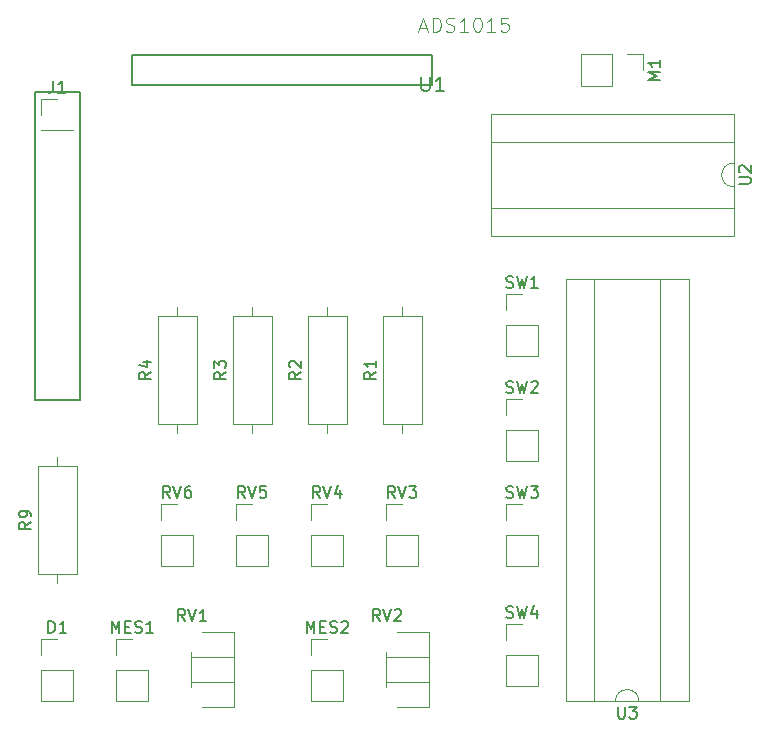
<source format=gbr>
G04 #@! TF.FileFunction,Legend,Top*
%FSLAX46Y46*%
G04 Gerber Fmt 4.6, Leading zero omitted, Abs format (unit mm)*
G04 Created by KiCad (PCBNEW 4.0.6) date Fri Jul  7 17:37:52 2017*
%MOMM*%
%LPD*%
G01*
G04 APERTURE LIST*
%ADD10C,0.100000*%
%ADD11C,0.127000*%
%ADD12C,0.150000*%
%ADD13C,0.120000*%
%ADD14C,0.101600*%
G04 APERTURE END LIST*
D10*
D11*
X46990000Y-16510000D02*
X21590000Y-16510000D01*
X21590000Y-16510000D02*
X21590000Y-13970000D01*
X21590000Y-13970000D02*
X46990000Y-13970000D01*
X46990000Y-13970000D02*
X46990000Y-16510000D01*
D12*
X17145000Y-43180000D02*
X13335000Y-43180000D01*
X13335000Y-43180000D02*
X13335000Y-17145000D01*
X13335000Y-17145000D02*
X17145000Y-17145000D01*
X17145000Y-17145000D02*
X17145000Y-43180000D01*
D13*
X16570000Y-20320000D02*
X13910000Y-20320000D01*
X13910000Y-19050000D02*
X13910000Y-17720000D01*
X13910000Y-17720000D02*
X15240000Y-17720000D01*
X13910000Y-66040000D02*
X13910000Y-68640000D01*
X13910000Y-68640000D02*
X16570000Y-68640000D01*
X16570000Y-68640000D02*
X16570000Y-66040000D01*
X16570000Y-66040000D02*
X13910000Y-66040000D01*
X13910000Y-64770000D02*
X13910000Y-63440000D01*
X13910000Y-63440000D02*
X15240000Y-63440000D01*
X62230000Y-13910000D02*
X59630000Y-13910000D01*
X59630000Y-13910000D02*
X59630000Y-16570000D01*
X59630000Y-16570000D02*
X62230000Y-16570000D01*
X62230000Y-16570000D02*
X62230000Y-13910000D01*
X63500000Y-13910000D02*
X64830000Y-13910000D01*
X64830000Y-13910000D02*
X64830000Y-15240000D01*
X20260000Y-66040000D02*
X20260000Y-68640000D01*
X20260000Y-68640000D02*
X22920000Y-68640000D01*
X22920000Y-68640000D02*
X22920000Y-66040000D01*
X22920000Y-66040000D02*
X20260000Y-66040000D01*
X20260000Y-64770000D02*
X20260000Y-63440000D01*
X20260000Y-63440000D02*
X21590000Y-63440000D01*
X36770000Y-66040000D02*
X36770000Y-68640000D01*
X36770000Y-68640000D02*
X39430000Y-68640000D01*
X39430000Y-68640000D02*
X39430000Y-66040000D01*
X39430000Y-66040000D02*
X36770000Y-66040000D01*
X36770000Y-64770000D02*
X36770000Y-63440000D01*
X36770000Y-63440000D02*
X38100000Y-63440000D01*
X42790000Y-45200000D02*
X46110000Y-45200000D01*
X46110000Y-45200000D02*
X46110000Y-36080000D01*
X46110000Y-36080000D02*
X42790000Y-36080000D01*
X42790000Y-36080000D02*
X42790000Y-45200000D01*
X44450000Y-46010000D02*
X44450000Y-45200000D01*
X44450000Y-35270000D02*
X44450000Y-36080000D01*
X36440000Y-45200000D02*
X39760000Y-45200000D01*
X39760000Y-45200000D02*
X39760000Y-36080000D01*
X39760000Y-36080000D02*
X36440000Y-36080000D01*
X36440000Y-36080000D02*
X36440000Y-45200000D01*
X38100000Y-46010000D02*
X38100000Y-45200000D01*
X38100000Y-35270000D02*
X38100000Y-36080000D01*
X30090000Y-45200000D02*
X33410000Y-45200000D01*
X33410000Y-45200000D02*
X33410000Y-36080000D01*
X33410000Y-36080000D02*
X30090000Y-36080000D01*
X30090000Y-36080000D02*
X30090000Y-45200000D01*
X31750000Y-46010000D02*
X31750000Y-45200000D01*
X31750000Y-35270000D02*
X31750000Y-36080000D01*
X23740000Y-45200000D02*
X27060000Y-45200000D01*
X27060000Y-45200000D02*
X27060000Y-36080000D01*
X27060000Y-36080000D02*
X23740000Y-36080000D01*
X23740000Y-36080000D02*
X23740000Y-45200000D01*
X25400000Y-46010000D02*
X25400000Y-45200000D01*
X25400000Y-35270000D02*
X25400000Y-36080000D01*
X13580000Y-57900000D02*
X16900000Y-57900000D01*
X16900000Y-57900000D02*
X16900000Y-48780000D01*
X16900000Y-48780000D02*
X13580000Y-48780000D01*
X13580000Y-48780000D02*
X13580000Y-57900000D01*
X15240000Y-58710000D02*
X15240000Y-57900000D01*
X15240000Y-47970000D02*
X15240000Y-48780000D01*
X27543000Y-62790000D02*
X30230000Y-62790000D01*
X27543000Y-69210000D02*
X30230000Y-69210000D01*
X30230000Y-62790000D02*
X30230000Y-69210000D01*
X26609000Y-64505000D02*
X26609000Y-67496000D01*
X26609000Y-64940000D02*
X30230000Y-64940000D01*
X26609000Y-67060000D02*
X30230000Y-67060000D01*
X26609000Y-64940000D02*
X26609000Y-67060000D01*
X30230000Y-64940000D02*
X30230000Y-67060000D01*
X44053000Y-62790000D02*
X46740000Y-62790000D01*
X44053000Y-69210000D02*
X46740000Y-69210000D01*
X46740000Y-62790000D02*
X46740000Y-69210000D01*
X43119000Y-64505000D02*
X43119000Y-67496000D01*
X43119000Y-64940000D02*
X46740000Y-64940000D01*
X43119000Y-67060000D02*
X46740000Y-67060000D01*
X43119000Y-64940000D02*
X43119000Y-67060000D01*
X46740000Y-64940000D02*
X46740000Y-67060000D01*
X43120000Y-54610000D02*
X43120000Y-57210000D01*
X43120000Y-57210000D02*
X45780000Y-57210000D01*
X45780000Y-57210000D02*
X45780000Y-54610000D01*
X45780000Y-54610000D02*
X43120000Y-54610000D01*
X43120000Y-53340000D02*
X43120000Y-52010000D01*
X43120000Y-52010000D02*
X44450000Y-52010000D01*
X36770000Y-54610000D02*
X36770000Y-57210000D01*
X36770000Y-57210000D02*
X39430000Y-57210000D01*
X39430000Y-57210000D02*
X39430000Y-54610000D01*
X39430000Y-54610000D02*
X36770000Y-54610000D01*
X36770000Y-53340000D02*
X36770000Y-52010000D01*
X36770000Y-52010000D02*
X38100000Y-52010000D01*
X30420000Y-54610000D02*
X30420000Y-57210000D01*
X30420000Y-57210000D02*
X33080000Y-57210000D01*
X33080000Y-57210000D02*
X33080000Y-54610000D01*
X33080000Y-54610000D02*
X30420000Y-54610000D01*
X30420000Y-53340000D02*
X30420000Y-52010000D01*
X30420000Y-52010000D02*
X31750000Y-52010000D01*
X24070000Y-54610000D02*
X24070000Y-57210000D01*
X24070000Y-57210000D02*
X26730000Y-57210000D01*
X26730000Y-57210000D02*
X26730000Y-54610000D01*
X26730000Y-54610000D02*
X24070000Y-54610000D01*
X24070000Y-53340000D02*
X24070000Y-52010000D01*
X24070000Y-52010000D02*
X25400000Y-52010000D01*
X53280000Y-36830000D02*
X53280000Y-39430000D01*
X53280000Y-39430000D02*
X55940000Y-39430000D01*
X55940000Y-39430000D02*
X55940000Y-36830000D01*
X55940000Y-36830000D02*
X53280000Y-36830000D01*
X53280000Y-35560000D02*
X53280000Y-34230000D01*
X53280000Y-34230000D02*
X54610000Y-34230000D01*
X53280000Y-45720000D02*
X53280000Y-48320000D01*
X53280000Y-48320000D02*
X55940000Y-48320000D01*
X55940000Y-48320000D02*
X55940000Y-45720000D01*
X55940000Y-45720000D02*
X53280000Y-45720000D01*
X53280000Y-44450000D02*
X53280000Y-43120000D01*
X53280000Y-43120000D02*
X54610000Y-43120000D01*
X53280000Y-54610000D02*
X53280000Y-57210000D01*
X53280000Y-57210000D02*
X55940000Y-57210000D01*
X55940000Y-57210000D02*
X55940000Y-54610000D01*
X55940000Y-54610000D02*
X53280000Y-54610000D01*
X53280000Y-53340000D02*
X53280000Y-52010000D01*
X53280000Y-52010000D02*
X54610000Y-52010000D01*
X53280000Y-64770000D02*
X53280000Y-67370000D01*
X53280000Y-67370000D02*
X55940000Y-67370000D01*
X55940000Y-67370000D02*
X55940000Y-64770000D01*
X55940000Y-64770000D02*
X53280000Y-64770000D01*
X53280000Y-63500000D02*
X53280000Y-62170000D01*
X53280000Y-62170000D02*
X54610000Y-62170000D01*
X72510000Y-23130000D02*
X72510000Y-21360000D01*
X72510000Y-21360000D02*
X51950000Y-21360000D01*
X51950000Y-21360000D02*
X51950000Y-26900000D01*
X51950000Y-26900000D02*
X72510000Y-26900000D01*
X72510000Y-26900000D02*
X72510000Y-25130000D01*
X72510000Y-18930000D02*
X51950000Y-18930000D01*
X51950000Y-18930000D02*
X51950000Y-29330000D01*
X51950000Y-29330000D02*
X72510000Y-29330000D01*
X72510000Y-29330000D02*
X72510000Y-18930000D01*
X72510000Y-25130000D02*
G75*
G02X72510000Y-23130000I0J1000000D01*
G01*
X64500000Y-68700000D02*
X66270000Y-68700000D01*
X66270000Y-68700000D02*
X66270000Y-32900000D01*
X66270000Y-32900000D02*
X60730000Y-32900000D01*
X60730000Y-32900000D02*
X60730000Y-68700000D01*
X60730000Y-68700000D02*
X62500000Y-68700000D01*
X68700000Y-68700000D02*
X68700000Y-32900000D01*
X68700000Y-32900000D02*
X58300000Y-32900000D01*
X58300000Y-32900000D02*
X58300000Y-68700000D01*
X58300000Y-68700000D02*
X68700000Y-68700000D01*
X62500000Y-68700000D02*
G75*
G02X64500000Y-68700000I1000000J0D01*
G01*
D11*
X46083462Y-15804848D02*
X46083462Y-16781538D01*
X46140914Y-16896443D01*
X46198367Y-16953895D01*
X46313271Y-17011348D01*
X46543081Y-17011348D01*
X46657986Y-16953895D01*
X46715438Y-16896443D01*
X46772890Y-16781538D01*
X46772890Y-15804848D01*
X47979390Y-17011348D02*
X47289962Y-17011348D01*
X47634676Y-17011348D02*
X47634676Y-15804848D01*
X47519771Y-15977205D01*
X47404866Y-16092110D01*
X47289962Y-16149562D01*
D14*
X45949810Y-11662833D02*
X46524333Y-11662833D01*
X45834905Y-12007548D02*
X46237071Y-10801048D01*
X46639238Y-12007548D01*
X47041405Y-12007548D02*
X47041405Y-10801048D01*
X47328667Y-10801048D01*
X47501024Y-10858500D01*
X47615929Y-10973405D01*
X47673381Y-11088310D01*
X47730833Y-11318119D01*
X47730833Y-11490476D01*
X47673381Y-11720286D01*
X47615929Y-11835190D01*
X47501024Y-11950095D01*
X47328667Y-12007548D01*
X47041405Y-12007548D01*
X48190453Y-11950095D02*
X48362810Y-12007548D01*
X48650072Y-12007548D01*
X48764976Y-11950095D01*
X48822429Y-11892643D01*
X48879881Y-11777738D01*
X48879881Y-11662833D01*
X48822429Y-11547929D01*
X48764976Y-11490476D01*
X48650072Y-11433024D01*
X48420262Y-11375571D01*
X48305357Y-11318119D01*
X48247905Y-11260667D01*
X48190453Y-11145762D01*
X48190453Y-11030857D01*
X48247905Y-10915952D01*
X48305357Y-10858500D01*
X48420262Y-10801048D01*
X48707524Y-10801048D01*
X48879881Y-10858500D01*
X50028929Y-12007548D02*
X49339501Y-12007548D01*
X49684215Y-12007548D02*
X49684215Y-10801048D01*
X49569310Y-10973405D01*
X49454405Y-11088310D01*
X49339501Y-11145762D01*
X50775810Y-10801048D02*
X50890715Y-10801048D01*
X51005620Y-10858500D01*
X51063072Y-10915952D01*
X51120525Y-11030857D01*
X51177977Y-11260667D01*
X51177977Y-11547929D01*
X51120525Y-11777738D01*
X51063072Y-11892643D01*
X51005620Y-11950095D01*
X50890715Y-12007548D01*
X50775810Y-12007548D01*
X50660906Y-11950095D01*
X50603453Y-11892643D01*
X50546001Y-11777738D01*
X50488549Y-11547929D01*
X50488549Y-11260667D01*
X50546001Y-11030857D01*
X50603453Y-10915952D01*
X50660906Y-10858500D01*
X50775810Y-10801048D01*
X52327025Y-12007548D02*
X51637597Y-12007548D01*
X51982311Y-12007548D02*
X51982311Y-10801048D01*
X51867406Y-10973405D01*
X51752501Y-11088310D01*
X51637597Y-11145762D01*
X53418621Y-10801048D02*
X52844097Y-10801048D01*
X52786645Y-11375571D01*
X52844097Y-11318119D01*
X52959002Y-11260667D01*
X53246264Y-11260667D01*
X53361168Y-11318119D01*
X53418621Y-11375571D01*
X53476073Y-11490476D01*
X53476073Y-11777738D01*
X53418621Y-11892643D01*
X53361168Y-11950095D01*
X53246264Y-12007548D01*
X52959002Y-12007548D01*
X52844097Y-11950095D01*
X52786645Y-11892643D01*
D12*
X14906667Y-16172381D02*
X14906667Y-16886667D01*
X14859047Y-17029524D01*
X14763809Y-17124762D01*
X14620952Y-17172381D01*
X14525714Y-17172381D01*
X15906667Y-17172381D02*
X15335238Y-17172381D01*
X15620952Y-17172381D02*
X15620952Y-16172381D01*
X15525714Y-16315238D01*
X15430476Y-16410476D01*
X15335238Y-16458095D01*
X14501905Y-62892381D02*
X14501905Y-61892381D01*
X14740000Y-61892381D01*
X14882858Y-61940000D01*
X14978096Y-62035238D01*
X15025715Y-62130476D01*
X15073334Y-62320952D01*
X15073334Y-62463810D01*
X15025715Y-62654286D01*
X14978096Y-62749524D01*
X14882858Y-62844762D01*
X14740000Y-62892381D01*
X14501905Y-62892381D01*
X16025715Y-62892381D02*
X15454286Y-62892381D01*
X15740000Y-62892381D02*
X15740000Y-61892381D01*
X15644762Y-62035238D01*
X15549524Y-62130476D01*
X15454286Y-62178095D01*
X66282381Y-16049524D02*
X65282381Y-16049524D01*
X65996667Y-15716190D01*
X65282381Y-15382857D01*
X66282381Y-15382857D01*
X66282381Y-14382857D02*
X66282381Y-14954286D01*
X66282381Y-14668572D02*
X65282381Y-14668572D01*
X65425238Y-14763810D01*
X65520476Y-14859048D01*
X65568095Y-14954286D01*
X19851905Y-62892381D02*
X19851905Y-61892381D01*
X20185239Y-62606667D01*
X20518572Y-61892381D01*
X20518572Y-62892381D01*
X20994762Y-62368571D02*
X21328096Y-62368571D01*
X21470953Y-62892381D02*
X20994762Y-62892381D01*
X20994762Y-61892381D01*
X21470953Y-61892381D01*
X21851905Y-62844762D02*
X21994762Y-62892381D01*
X22232858Y-62892381D01*
X22328096Y-62844762D01*
X22375715Y-62797143D01*
X22423334Y-62701905D01*
X22423334Y-62606667D01*
X22375715Y-62511429D01*
X22328096Y-62463810D01*
X22232858Y-62416190D01*
X22042381Y-62368571D01*
X21947143Y-62320952D01*
X21899524Y-62273333D01*
X21851905Y-62178095D01*
X21851905Y-62082857D01*
X21899524Y-61987619D01*
X21947143Y-61940000D01*
X22042381Y-61892381D01*
X22280477Y-61892381D01*
X22423334Y-61940000D01*
X23375715Y-62892381D02*
X22804286Y-62892381D01*
X23090000Y-62892381D02*
X23090000Y-61892381D01*
X22994762Y-62035238D01*
X22899524Y-62130476D01*
X22804286Y-62178095D01*
X36361905Y-62892381D02*
X36361905Y-61892381D01*
X36695239Y-62606667D01*
X37028572Y-61892381D01*
X37028572Y-62892381D01*
X37504762Y-62368571D02*
X37838096Y-62368571D01*
X37980953Y-62892381D02*
X37504762Y-62892381D01*
X37504762Y-61892381D01*
X37980953Y-61892381D01*
X38361905Y-62844762D02*
X38504762Y-62892381D01*
X38742858Y-62892381D01*
X38838096Y-62844762D01*
X38885715Y-62797143D01*
X38933334Y-62701905D01*
X38933334Y-62606667D01*
X38885715Y-62511429D01*
X38838096Y-62463810D01*
X38742858Y-62416190D01*
X38552381Y-62368571D01*
X38457143Y-62320952D01*
X38409524Y-62273333D01*
X38361905Y-62178095D01*
X38361905Y-62082857D01*
X38409524Y-61987619D01*
X38457143Y-61940000D01*
X38552381Y-61892381D01*
X38790477Y-61892381D01*
X38933334Y-61940000D01*
X39314286Y-61987619D02*
X39361905Y-61940000D01*
X39457143Y-61892381D01*
X39695239Y-61892381D01*
X39790477Y-61940000D01*
X39838096Y-61987619D01*
X39885715Y-62082857D01*
X39885715Y-62178095D01*
X39838096Y-62320952D01*
X39266667Y-62892381D01*
X39885715Y-62892381D01*
X42242381Y-40806666D02*
X41766190Y-41140000D01*
X42242381Y-41378095D02*
X41242381Y-41378095D01*
X41242381Y-40997142D01*
X41290000Y-40901904D01*
X41337619Y-40854285D01*
X41432857Y-40806666D01*
X41575714Y-40806666D01*
X41670952Y-40854285D01*
X41718571Y-40901904D01*
X41766190Y-40997142D01*
X41766190Y-41378095D01*
X42242381Y-39854285D02*
X42242381Y-40425714D01*
X42242381Y-40140000D02*
X41242381Y-40140000D01*
X41385238Y-40235238D01*
X41480476Y-40330476D01*
X41528095Y-40425714D01*
X35892381Y-40806666D02*
X35416190Y-41140000D01*
X35892381Y-41378095D02*
X34892381Y-41378095D01*
X34892381Y-40997142D01*
X34940000Y-40901904D01*
X34987619Y-40854285D01*
X35082857Y-40806666D01*
X35225714Y-40806666D01*
X35320952Y-40854285D01*
X35368571Y-40901904D01*
X35416190Y-40997142D01*
X35416190Y-41378095D01*
X34987619Y-40425714D02*
X34940000Y-40378095D01*
X34892381Y-40282857D01*
X34892381Y-40044761D01*
X34940000Y-39949523D01*
X34987619Y-39901904D01*
X35082857Y-39854285D01*
X35178095Y-39854285D01*
X35320952Y-39901904D01*
X35892381Y-40473333D01*
X35892381Y-39854285D01*
X29542381Y-40806666D02*
X29066190Y-41140000D01*
X29542381Y-41378095D02*
X28542381Y-41378095D01*
X28542381Y-40997142D01*
X28590000Y-40901904D01*
X28637619Y-40854285D01*
X28732857Y-40806666D01*
X28875714Y-40806666D01*
X28970952Y-40854285D01*
X29018571Y-40901904D01*
X29066190Y-40997142D01*
X29066190Y-41378095D01*
X28542381Y-40473333D02*
X28542381Y-39854285D01*
X28923333Y-40187619D01*
X28923333Y-40044761D01*
X28970952Y-39949523D01*
X29018571Y-39901904D01*
X29113810Y-39854285D01*
X29351905Y-39854285D01*
X29447143Y-39901904D01*
X29494762Y-39949523D01*
X29542381Y-40044761D01*
X29542381Y-40330476D01*
X29494762Y-40425714D01*
X29447143Y-40473333D01*
X23192381Y-40806666D02*
X22716190Y-41140000D01*
X23192381Y-41378095D02*
X22192381Y-41378095D01*
X22192381Y-40997142D01*
X22240000Y-40901904D01*
X22287619Y-40854285D01*
X22382857Y-40806666D01*
X22525714Y-40806666D01*
X22620952Y-40854285D01*
X22668571Y-40901904D01*
X22716190Y-40997142D01*
X22716190Y-41378095D01*
X22525714Y-39949523D02*
X23192381Y-39949523D01*
X22144762Y-40187619D02*
X22859048Y-40425714D01*
X22859048Y-39806666D01*
X13032381Y-53506666D02*
X12556190Y-53840000D01*
X13032381Y-54078095D02*
X12032381Y-54078095D01*
X12032381Y-53697142D01*
X12080000Y-53601904D01*
X12127619Y-53554285D01*
X12222857Y-53506666D01*
X12365714Y-53506666D01*
X12460952Y-53554285D01*
X12508571Y-53601904D01*
X12556190Y-53697142D01*
X12556190Y-54078095D01*
X13032381Y-53030476D02*
X13032381Y-52840000D01*
X12984762Y-52744761D01*
X12937143Y-52697142D01*
X12794286Y-52601904D01*
X12603810Y-52554285D01*
X12222857Y-52554285D01*
X12127619Y-52601904D01*
X12080000Y-52649523D01*
X12032381Y-52744761D01*
X12032381Y-52935238D01*
X12080000Y-53030476D01*
X12127619Y-53078095D01*
X12222857Y-53125714D01*
X12460952Y-53125714D01*
X12556190Y-53078095D01*
X12603810Y-53030476D01*
X12651429Y-52935238D01*
X12651429Y-52744761D01*
X12603810Y-52649523D01*
X12556190Y-52601904D01*
X12460952Y-52554285D01*
X26074762Y-61892381D02*
X25741428Y-61416190D01*
X25503333Y-61892381D02*
X25503333Y-60892381D01*
X25884286Y-60892381D01*
X25979524Y-60940000D01*
X26027143Y-60987619D01*
X26074762Y-61082857D01*
X26074762Y-61225714D01*
X26027143Y-61320952D01*
X25979524Y-61368571D01*
X25884286Y-61416190D01*
X25503333Y-61416190D01*
X26360476Y-60892381D02*
X26693809Y-61892381D01*
X27027143Y-60892381D01*
X27884286Y-61892381D02*
X27312857Y-61892381D01*
X27598571Y-61892381D02*
X27598571Y-60892381D01*
X27503333Y-61035238D01*
X27408095Y-61130476D01*
X27312857Y-61178095D01*
X42584762Y-61892381D02*
X42251428Y-61416190D01*
X42013333Y-61892381D02*
X42013333Y-60892381D01*
X42394286Y-60892381D01*
X42489524Y-60940000D01*
X42537143Y-60987619D01*
X42584762Y-61082857D01*
X42584762Y-61225714D01*
X42537143Y-61320952D01*
X42489524Y-61368571D01*
X42394286Y-61416190D01*
X42013333Y-61416190D01*
X42870476Y-60892381D02*
X43203809Y-61892381D01*
X43537143Y-60892381D01*
X43822857Y-60987619D02*
X43870476Y-60940000D01*
X43965714Y-60892381D01*
X44203810Y-60892381D01*
X44299048Y-60940000D01*
X44346667Y-60987619D01*
X44394286Y-61082857D01*
X44394286Y-61178095D01*
X44346667Y-61320952D01*
X43775238Y-61892381D01*
X44394286Y-61892381D01*
X43854762Y-51462381D02*
X43521428Y-50986190D01*
X43283333Y-51462381D02*
X43283333Y-50462381D01*
X43664286Y-50462381D01*
X43759524Y-50510000D01*
X43807143Y-50557619D01*
X43854762Y-50652857D01*
X43854762Y-50795714D01*
X43807143Y-50890952D01*
X43759524Y-50938571D01*
X43664286Y-50986190D01*
X43283333Y-50986190D01*
X44140476Y-50462381D02*
X44473809Y-51462381D01*
X44807143Y-50462381D01*
X45045238Y-50462381D02*
X45664286Y-50462381D01*
X45330952Y-50843333D01*
X45473810Y-50843333D01*
X45569048Y-50890952D01*
X45616667Y-50938571D01*
X45664286Y-51033810D01*
X45664286Y-51271905D01*
X45616667Y-51367143D01*
X45569048Y-51414762D01*
X45473810Y-51462381D01*
X45188095Y-51462381D01*
X45092857Y-51414762D01*
X45045238Y-51367143D01*
X37504762Y-51462381D02*
X37171428Y-50986190D01*
X36933333Y-51462381D02*
X36933333Y-50462381D01*
X37314286Y-50462381D01*
X37409524Y-50510000D01*
X37457143Y-50557619D01*
X37504762Y-50652857D01*
X37504762Y-50795714D01*
X37457143Y-50890952D01*
X37409524Y-50938571D01*
X37314286Y-50986190D01*
X36933333Y-50986190D01*
X37790476Y-50462381D02*
X38123809Y-51462381D01*
X38457143Y-50462381D01*
X39219048Y-50795714D02*
X39219048Y-51462381D01*
X38980952Y-50414762D02*
X38742857Y-51129048D01*
X39361905Y-51129048D01*
X31154762Y-51462381D02*
X30821428Y-50986190D01*
X30583333Y-51462381D02*
X30583333Y-50462381D01*
X30964286Y-50462381D01*
X31059524Y-50510000D01*
X31107143Y-50557619D01*
X31154762Y-50652857D01*
X31154762Y-50795714D01*
X31107143Y-50890952D01*
X31059524Y-50938571D01*
X30964286Y-50986190D01*
X30583333Y-50986190D01*
X31440476Y-50462381D02*
X31773809Y-51462381D01*
X32107143Y-50462381D01*
X32916667Y-50462381D02*
X32440476Y-50462381D01*
X32392857Y-50938571D01*
X32440476Y-50890952D01*
X32535714Y-50843333D01*
X32773810Y-50843333D01*
X32869048Y-50890952D01*
X32916667Y-50938571D01*
X32964286Y-51033810D01*
X32964286Y-51271905D01*
X32916667Y-51367143D01*
X32869048Y-51414762D01*
X32773810Y-51462381D01*
X32535714Y-51462381D01*
X32440476Y-51414762D01*
X32392857Y-51367143D01*
X24804762Y-51462381D02*
X24471428Y-50986190D01*
X24233333Y-51462381D02*
X24233333Y-50462381D01*
X24614286Y-50462381D01*
X24709524Y-50510000D01*
X24757143Y-50557619D01*
X24804762Y-50652857D01*
X24804762Y-50795714D01*
X24757143Y-50890952D01*
X24709524Y-50938571D01*
X24614286Y-50986190D01*
X24233333Y-50986190D01*
X25090476Y-50462381D02*
X25423809Y-51462381D01*
X25757143Y-50462381D01*
X26519048Y-50462381D02*
X26328571Y-50462381D01*
X26233333Y-50510000D01*
X26185714Y-50557619D01*
X26090476Y-50700476D01*
X26042857Y-50890952D01*
X26042857Y-51271905D01*
X26090476Y-51367143D01*
X26138095Y-51414762D01*
X26233333Y-51462381D01*
X26423810Y-51462381D01*
X26519048Y-51414762D01*
X26566667Y-51367143D01*
X26614286Y-51271905D01*
X26614286Y-51033810D01*
X26566667Y-50938571D01*
X26519048Y-50890952D01*
X26423810Y-50843333D01*
X26233333Y-50843333D01*
X26138095Y-50890952D01*
X26090476Y-50938571D01*
X26042857Y-51033810D01*
X53276667Y-33634762D02*
X53419524Y-33682381D01*
X53657620Y-33682381D01*
X53752858Y-33634762D01*
X53800477Y-33587143D01*
X53848096Y-33491905D01*
X53848096Y-33396667D01*
X53800477Y-33301429D01*
X53752858Y-33253810D01*
X53657620Y-33206190D01*
X53467143Y-33158571D01*
X53371905Y-33110952D01*
X53324286Y-33063333D01*
X53276667Y-32968095D01*
X53276667Y-32872857D01*
X53324286Y-32777619D01*
X53371905Y-32730000D01*
X53467143Y-32682381D01*
X53705239Y-32682381D01*
X53848096Y-32730000D01*
X54181429Y-32682381D02*
X54419524Y-33682381D01*
X54610001Y-32968095D01*
X54800477Y-33682381D01*
X55038572Y-32682381D01*
X55943334Y-33682381D02*
X55371905Y-33682381D01*
X55657619Y-33682381D02*
X55657619Y-32682381D01*
X55562381Y-32825238D01*
X55467143Y-32920476D01*
X55371905Y-32968095D01*
X53276667Y-42524762D02*
X53419524Y-42572381D01*
X53657620Y-42572381D01*
X53752858Y-42524762D01*
X53800477Y-42477143D01*
X53848096Y-42381905D01*
X53848096Y-42286667D01*
X53800477Y-42191429D01*
X53752858Y-42143810D01*
X53657620Y-42096190D01*
X53467143Y-42048571D01*
X53371905Y-42000952D01*
X53324286Y-41953333D01*
X53276667Y-41858095D01*
X53276667Y-41762857D01*
X53324286Y-41667619D01*
X53371905Y-41620000D01*
X53467143Y-41572381D01*
X53705239Y-41572381D01*
X53848096Y-41620000D01*
X54181429Y-41572381D02*
X54419524Y-42572381D01*
X54610001Y-41858095D01*
X54800477Y-42572381D01*
X55038572Y-41572381D01*
X55371905Y-41667619D02*
X55419524Y-41620000D01*
X55514762Y-41572381D01*
X55752858Y-41572381D01*
X55848096Y-41620000D01*
X55895715Y-41667619D01*
X55943334Y-41762857D01*
X55943334Y-41858095D01*
X55895715Y-42000952D01*
X55324286Y-42572381D01*
X55943334Y-42572381D01*
X53276667Y-51414762D02*
X53419524Y-51462381D01*
X53657620Y-51462381D01*
X53752858Y-51414762D01*
X53800477Y-51367143D01*
X53848096Y-51271905D01*
X53848096Y-51176667D01*
X53800477Y-51081429D01*
X53752858Y-51033810D01*
X53657620Y-50986190D01*
X53467143Y-50938571D01*
X53371905Y-50890952D01*
X53324286Y-50843333D01*
X53276667Y-50748095D01*
X53276667Y-50652857D01*
X53324286Y-50557619D01*
X53371905Y-50510000D01*
X53467143Y-50462381D01*
X53705239Y-50462381D01*
X53848096Y-50510000D01*
X54181429Y-50462381D02*
X54419524Y-51462381D01*
X54610001Y-50748095D01*
X54800477Y-51462381D01*
X55038572Y-50462381D01*
X55324286Y-50462381D02*
X55943334Y-50462381D01*
X55610000Y-50843333D01*
X55752858Y-50843333D01*
X55848096Y-50890952D01*
X55895715Y-50938571D01*
X55943334Y-51033810D01*
X55943334Y-51271905D01*
X55895715Y-51367143D01*
X55848096Y-51414762D01*
X55752858Y-51462381D01*
X55467143Y-51462381D01*
X55371905Y-51414762D01*
X55324286Y-51367143D01*
X53276667Y-61574762D02*
X53419524Y-61622381D01*
X53657620Y-61622381D01*
X53752858Y-61574762D01*
X53800477Y-61527143D01*
X53848096Y-61431905D01*
X53848096Y-61336667D01*
X53800477Y-61241429D01*
X53752858Y-61193810D01*
X53657620Y-61146190D01*
X53467143Y-61098571D01*
X53371905Y-61050952D01*
X53324286Y-61003333D01*
X53276667Y-60908095D01*
X53276667Y-60812857D01*
X53324286Y-60717619D01*
X53371905Y-60670000D01*
X53467143Y-60622381D01*
X53705239Y-60622381D01*
X53848096Y-60670000D01*
X54181429Y-60622381D02*
X54419524Y-61622381D01*
X54610001Y-60908095D01*
X54800477Y-61622381D01*
X55038572Y-60622381D01*
X55848096Y-60955714D02*
X55848096Y-61622381D01*
X55610000Y-60574762D02*
X55371905Y-61289048D01*
X55990953Y-61289048D01*
X72962381Y-24891905D02*
X73771905Y-24891905D01*
X73867143Y-24844286D01*
X73914762Y-24796667D01*
X73962381Y-24701429D01*
X73962381Y-24510952D01*
X73914762Y-24415714D01*
X73867143Y-24368095D01*
X73771905Y-24320476D01*
X72962381Y-24320476D01*
X73057619Y-23891905D02*
X73010000Y-23844286D01*
X72962381Y-23749048D01*
X72962381Y-23510952D01*
X73010000Y-23415714D01*
X73057619Y-23368095D01*
X73152857Y-23320476D01*
X73248095Y-23320476D01*
X73390952Y-23368095D01*
X73962381Y-23939524D01*
X73962381Y-23320476D01*
X62738095Y-69152381D02*
X62738095Y-69961905D01*
X62785714Y-70057143D01*
X62833333Y-70104762D01*
X62928571Y-70152381D01*
X63119048Y-70152381D01*
X63214286Y-70104762D01*
X63261905Y-70057143D01*
X63309524Y-69961905D01*
X63309524Y-69152381D01*
X63690476Y-69152381D02*
X64309524Y-69152381D01*
X63976190Y-69533333D01*
X64119048Y-69533333D01*
X64214286Y-69580952D01*
X64261905Y-69628571D01*
X64309524Y-69723810D01*
X64309524Y-69961905D01*
X64261905Y-70057143D01*
X64214286Y-70104762D01*
X64119048Y-70152381D01*
X63833333Y-70152381D01*
X63738095Y-70104762D01*
X63690476Y-70057143D01*
M02*

</source>
